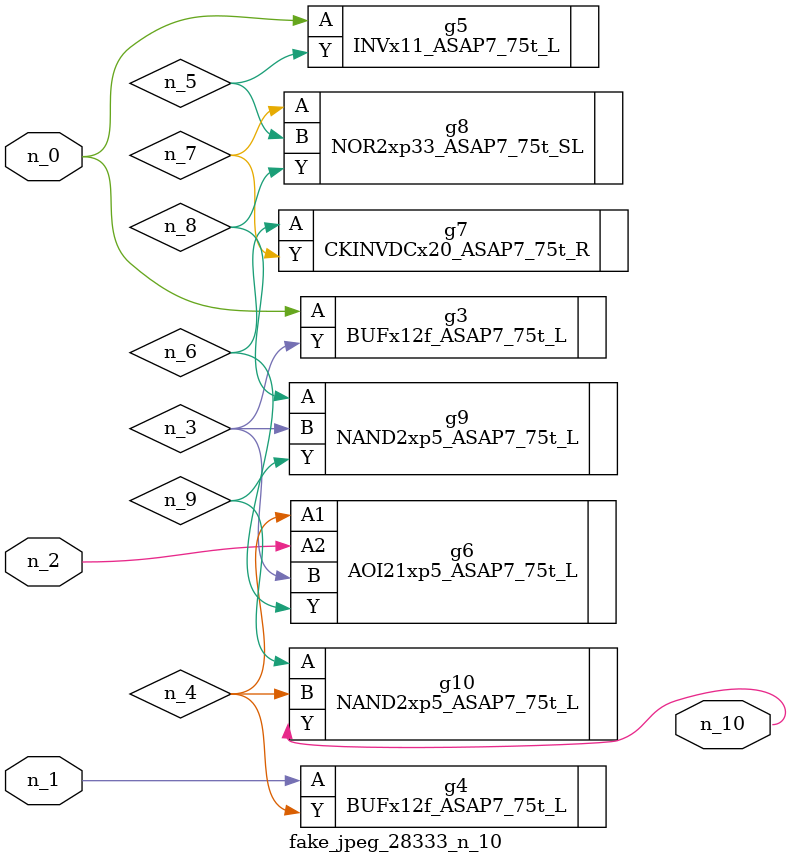
<source format=v>
module fake_jpeg_28333_n_10 (n_0, n_2, n_1, n_10);

input n_0;
input n_2;
input n_1;

output n_10;

wire n_3;
wire n_4;
wire n_8;
wire n_9;
wire n_6;
wire n_5;
wire n_7;

BUFx12f_ASAP7_75t_L g3 ( 
.A(n_0),
.Y(n_3)
);

BUFx12f_ASAP7_75t_L g4 ( 
.A(n_1),
.Y(n_4)
);

INVx11_ASAP7_75t_L g5 ( 
.A(n_0),
.Y(n_5)
);

AOI21xp5_ASAP7_75t_L g6 ( 
.A1(n_4),
.A2(n_2),
.B(n_3),
.Y(n_6)
);

CKINVDCx20_ASAP7_75t_R g7 ( 
.A(n_6),
.Y(n_7)
);

NOR2xp33_ASAP7_75t_SL g8 ( 
.A(n_7),
.B(n_5),
.Y(n_8)
);

NAND2xp5_ASAP7_75t_L g9 ( 
.A(n_8),
.B(n_3),
.Y(n_9)
);

NAND2xp5_ASAP7_75t_L g10 ( 
.A(n_9),
.B(n_4),
.Y(n_10)
);


endmodule
</source>
